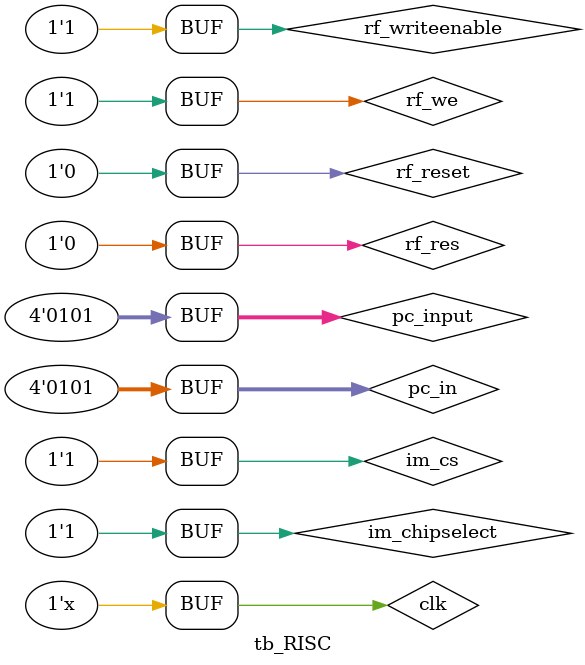
<source format=v>
/* 		
		CODED BY Joseph A. 
		GitHub: J-oseph
		February 20, 2022.
*/

/*
	THIS IS THE TEST BENCH. RUN SIMULATIONS FROM THIS FILE.
*/

`define RFW 5
`define IMW 4
`define DW  32
`define IW  32
`timescale 1ps/1ps
module tb_RISC;
	wire  [`IMW-1:0]	pc_in;
	wire  [`IMW-1:0]	pc_out;
	wire  [`IW-1:0]	if_id_out;
	wire  [`DW-1:0]	id_exe_r1;
	wire  [`DW-1:0]	id_exe_r2;
	wire  [`DW-1:0]	exe_mem_out;
	wire  [`DW-1:0]	mem_wb_out;
	wire  				im_cs;
	wire 		  			rf_reset;
	reg 		  			rf_res;
	reg 		  			rf_writeenable;
	reg		  			clk;
	reg  	[`IMW-1:0]	pc_input;
	reg  					im_chipselect;
	 
	assign pc_in  		= pc_input [`IMW-1:0];
	assign im_cs  		= im_chipselect;
	assign rf_reset  	= rf_res;
	assign rf_we  		= rf_writeenable;
	
	

	RISC risc0(	.clk(clk), 					.pc_in(pc_in), 				.im_cs(im_cs), 				.rf_we_e(rf_we), 
					.rf_reset(rf_reset),		.pc_out(pc_out), 				.if_id_out(if_id_out), 		.id_exe_r1(id_exe_r1),
					.id_exe_r2(id_exe_r2),	.exe_mem_out(exe_mem_out), .mem_wb_out(mem_wb_out));
	
	initial begin
		clk = 0;
		rf_writeenable = 0;
		pc_input = 0;
		im_chipselect = 1;
		rf_res = 1;
		#51 rf_res = 0;
		
		#49 pc_input = pc_input + 1;
		#100 pc_input = pc_input + 1;
		#100 pc_input = pc_input + 1;
		#100 pc_input = pc_input + 1;
		#45  rf_writeenable = 1;
		#55  pc_input = pc_input + 1;
		repeat(32) begin
			#100 pc_input = pc_input + 1;
		end
			
		//$finish;
	end
	
	always begin
		#50 clk = ~clk;
	end
	
	


endmodule
</source>
